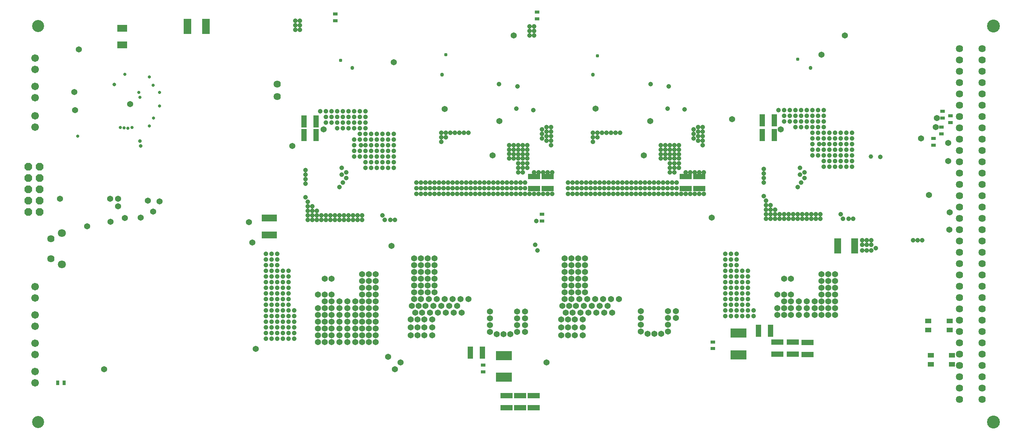
<source format=gbr>
G04 Layer_Color=16711935*
%FSLAX45Y45*%
%MOMM*%
%TF.FileFunction,Soldermask,Bot*%
%TF.Part,Single*%
G01*
G75*
%TA.AperFunction,SMDPad,CuDef*%
%ADD101R,0.80160X1.00160*%
%ADD111R,1.00160X0.80160*%
%ADD112R,1.35160X1.05160*%
%ADD113R,1.20160X2.70160*%
%ADD118R,2.70160X1.20160*%
%ADD128R,3.60160X2.10160*%
%ADD130R,3.40160X1.50160*%
%TA.AperFunction,ViaPad*%
%ADD145C,2.70160*%
%TA.AperFunction,ComponentPad*%
%ADD146C,1.62560*%
%ADD147C,1.80160*%
%ADD148C,1.70160*%
G04:AMPARAMS|DCode=149|XSize=1.6764mm|YSize=1.6764mm|CornerRadius=0mm|HoleSize=0mm|Usage=FLASHONLY|Rotation=90.000|XOffset=0mm|YOffset=0mm|HoleType=Round|Shape=Octagon|*
%AMOCTAGOND149*
4,1,8,0.41910,0.83820,-0.41910,0.83820,-0.83820,0.41910,-0.83820,-0.41910,-0.41910,-0.83820,0.41910,-0.83820,0.83820,-0.41910,0.83820,0.41910,0.41910,0.83820,0.0*
%
%ADD149OCTAGOND149*%

%ADD150C,2.90160*%
%TA.AperFunction,ViaPad*%
%ADD151C,1.62560*%
%ADD152C,1.37160*%
%ADD153C,0.73660*%
%ADD154C,0.80160*%
%ADD155C,1.00160*%
%ADD156C,1.05160*%
%ADD157C,0.77360*%
%ADD158C,0.86360*%
%TA.AperFunction,SMDPad,CuDef*%
%ADD159R,2.28160X1.62160*%
%ADD160R,1.50160X3.40160*%
%ADD161R,1.65160X3.40160*%
D101*
X3148400Y2438400D02*
D03*
X2998400D02*
D03*
D111*
X22860001Y8533200D02*
D03*
Y8383200D02*
D03*
X23037801Y8281600D02*
D03*
Y8431600D02*
D03*
X22834599Y8027600D02*
D03*
Y8177600D02*
D03*
X22656799Y7773600D02*
D03*
Y7923600D02*
D03*
X12554000Y2682000D02*
D03*
Y2832000D02*
D03*
X17707001Y3204000D02*
D03*
Y3354000D02*
D03*
X13868401Y6071800D02*
D03*
Y6221800D02*
D03*
X13761720Y10610779D02*
D03*
Y10760776D02*
D03*
X9230360Y10565059D02*
D03*
Y10715056D02*
D03*
D112*
X23020500Y3623000D02*
D03*
X22545500Y3823000D02*
D03*
Y3623000D02*
D03*
X23020500Y3823000D02*
D03*
X23072501Y2853000D02*
D03*
X22597501Y3053000D02*
D03*
Y2853000D02*
D03*
X23072501Y3053000D02*
D03*
D113*
X8526400Y8305800D02*
D03*
X8796400D02*
D03*
X12532000Y3113000D02*
D03*
X12262000D02*
D03*
X19003000Y3608000D02*
D03*
X18733000D02*
D03*
X8526400Y8001000D02*
D03*
X8796400D02*
D03*
X18813400D02*
D03*
X19083400D02*
D03*
X18813400Y8331200D02*
D03*
X19083400D02*
D03*
D118*
X13074001Y2150000D02*
D03*
Y1880000D02*
D03*
X13385001Y2152000D02*
D03*
Y1882000D02*
D03*
X13685001Y2150000D02*
D03*
Y1880000D02*
D03*
X19153000Y3349000D02*
D03*
Y3079000D02*
D03*
X19836000Y3341000D02*
D03*
Y3071000D02*
D03*
X19506000Y3349000D02*
D03*
Y3079000D02*
D03*
X17094200Y7069200D02*
D03*
Y6799200D02*
D03*
X13995401Y7069200D02*
D03*
Y6799200D02*
D03*
X13690601Y7069200D02*
D03*
Y6799200D02*
D03*
X17399001Y7069200D02*
D03*
Y6799200D02*
D03*
D128*
X13016000Y3050000D02*
D03*
Y2560000D02*
D03*
X18282001Y3060000D02*
D03*
Y3550000D02*
D03*
D130*
X7747000Y6133600D02*
D03*
Y5753600D02*
D03*
D145*
X2557000Y1554900D02*
D03*
Y10444400D02*
D03*
D146*
X2847300Y5668600D02*
D03*
Y5218600D02*
D03*
X23241000Y2063000D02*
D03*
Y2317000D02*
D03*
Y2571000D02*
D03*
Y2825000D02*
D03*
Y3079000D02*
D03*
Y3333000D02*
D03*
Y3587000D02*
D03*
Y3841000D02*
D03*
Y4095000D02*
D03*
Y4349000D02*
D03*
Y4603000D02*
D03*
Y4857000D02*
D03*
Y5111000D02*
D03*
Y5365000D02*
D03*
Y5619000D02*
D03*
Y5873000D02*
D03*
Y6127000D02*
D03*
Y6381000D02*
D03*
Y6635000D02*
D03*
Y6889000D02*
D03*
Y7143000D02*
D03*
Y7397000D02*
D03*
Y7651000D02*
D03*
Y7905000D02*
D03*
Y8159000D02*
D03*
Y8413000D02*
D03*
Y8667000D02*
D03*
Y8921000D02*
D03*
Y9175000D02*
D03*
Y9429000D02*
D03*
Y9683000D02*
D03*
Y9937000D02*
D03*
X23749001Y2063000D02*
D03*
Y2317000D02*
D03*
Y2571000D02*
D03*
Y2825000D02*
D03*
Y3079000D02*
D03*
Y3333000D02*
D03*
Y3587000D02*
D03*
Y3841000D02*
D03*
Y4095000D02*
D03*
Y4349000D02*
D03*
Y4603000D02*
D03*
Y4857000D02*
D03*
Y5111000D02*
D03*
Y5365000D02*
D03*
Y5619000D02*
D03*
Y5873000D02*
D03*
Y6127000D02*
D03*
Y6381000D02*
D03*
Y6635000D02*
D03*
Y6889000D02*
D03*
Y7143000D02*
D03*
Y7397000D02*
D03*
Y7651000D02*
D03*
Y7905000D02*
D03*
Y8159000D02*
D03*
Y8413000D02*
D03*
Y8667000D02*
D03*
Y8921000D02*
D03*
Y9175000D02*
D03*
Y9429000D02*
D03*
Y9683000D02*
D03*
Y9937000D02*
D03*
D147*
X3096300Y5093100D02*
D03*
Y5794100D02*
D03*
D148*
X2492400Y9728200D02*
D03*
Y9474200D02*
D03*
Y8178800D02*
D03*
Y8432800D02*
D03*
Y8839200D02*
D03*
Y9093200D02*
D03*
Y4343400D02*
D03*
Y4597400D02*
D03*
Y3708400D02*
D03*
Y3962400D02*
D03*
Y3073400D02*
D03*
Y3327400D02*
D03*
Y2438400D02*
D03*
Y2692400D02*
D03*
D149*
X2590801Y6273800D02*
D03*
X2336801D02*
D03*
X2590801Y6527800D02*
D03*
X2336801D02*
D03*
X2590801Y6781800D02*
D03*
X2336801D02*
D03*
Y7035800D02*
D03*
X2590801D02*
D03*
Y7289800D02*
D03*
X2336801D02*
D03*
D150*
X24003000Y1555000D02*
D03*
Y10445000D02*
D03*
D151*
X7924800Y9144000D02*
D03*
Y8864600D02*
D03*
D152*
X4357000Y6401000D02*
D03*
X5147000Y6282000D02*
D03*
X4862000Y6143000D02*
D03*
X4511000Y6135000D02*
D03*
X4188000Y6049000D02*
D03*
X4181000Y6566000D02*
D03*
X4623000Y8695000D02*
D03*
X5283000Y6512000D02*
D03*
X3055000Y6569000D02*
D03*
X4355000Y6565000D02*
D03*
X3471200Y9919400D02*
D03*
X3659000Y5952000D02*
D03*
X5026000Y6525000D02*
D03*
X8966200Y8128000D02*
D03*
X19227800Y8128000D02*
D03*
X7289800Y6045200D02*
D03*
X7366000Y5588000D02*
D03*
X8269000Y7753401D02*
D03*
X20142200Y9804400D02*
D03*
X11684000Y8585200D02*
D03*
X12912399Y8311000D02*
D03*
X12765100Y7538600D02*
D03*
X12217400Y4318000D02*
D03*
X12039600D02*
D03*
X11861800D02*
D03*
X11684000D02*
D03*
X11506200D02*
D03*
X11328400D02*
D03*
X11150600D02*
D03*
X11252200Y4165600D02*
D03*
X11430000D02*
D03*
X11607800D02*
D03*
X11785600D02*
D03*
X11963400D02*
D03*
X11176000Y4013200D02*
D03*
X11353800D02*
D03*
X11531600D02*
D03*
X11709400D02*
D03*
X11887200D02*
D03*
X12065000D02*
D03*
X12700000Y4038600D02*
D03*
Y3886200D02*
D03*
Y3733800D02*
D03*
Y3581400D02*
D03*
X13004800Y3530600D02*
D03*
X13309599Y4038600D02*
D03*
X13487399D02*
D03*
X13309599Y3886200D02*
D03*
X13487399D02*
D03*
Y3733800D02*
D03*
X13309599D02*
D03*
X13157201Y3530600D02*
D03*
X13487399Y3581400D02*
D03*
X13309599D02*
D03*
X11404600Y3860800D02*
D03*
X11226800D02*
D03*
X11404600Y3683000D02*
D03*
X11226800D02*
D03*
X11404600Y3505200D02*
D03*
X11226800D02*
D03*
X16701199Y3584200D02*
D03*
Y3736600D02*
D03*
X16878999Y3889000D02*
D03*
X16701199D02*
D03*
X16878999Y4041400D02*
D03*
X16701199D02*
D03*
X16396400Y3533400D02*
D03*
X16244000D02*
D03*
X16091600Y3584200D02*
D03*
Y3736600D02*
D03*
Y3889000D02*
D03*
Y4041400D02*
D03*
X16156700Y7541400D02*
D03*
X16303999Y8313800D02*
D03*
X15075600Y8588000D02*
D03*
X10541000Y9634220D02*
D03*
X18135600Y8356600D02*
D03*
X10134600Y4267200D02*
D03*
X9982200D02*
D03*
X9829800D02*
D03*
Y4419600D02*
D03*
Y4572000D02*
D03*
X9982200Y4419600D02*
D03*
Y4572000D02*
D03*
X10134600D02*
D03*
Y4419600D02*
D03*
X9499600Y4267200D02*
D03*
X9321800D02*
D03*
X9144000D02*
D03*
Y4419600D02*
D03*
X8991600D02*
D03*
X8839200D02*
D03*
X8991600Y4267200D02*
D03*
X9144000Y4775200D02*
D03*
X8991600D02*
D03*
X12852400Y3530600D02*
D03*
X10414000Y3022600D02*
D03*
X7442200Y3200400D02*
D03*
X10693400Y2895600D02*
D03*
X13970000D02*
D03*
X16548801Y3533400D02*
D03*
X10566400Y2743200D02*
D03*
X4038600D02*
D03*
X11150600Y4470400D02*
D03*
Y4622800D02*
D03*
Y4775200D02*
D03*
Y4927600D02*
D03*
Y5080000D02*
D03*
Y5232400D02*
D03*
X10998200Y4318000D02*
D03*
Y4470400D02*
D03*
Y4622800D02*
D03*
Y4775200D02*
D03*
Y4927600D02*
D03*
Y5080000D02*
D03*
Y5232400D02*
D03*
X11099800Y4165600D02*
D03*
X10947400D02*
D03*
X11023600Y4013200D02*
D03*
X11074400Y3860800D02*
D03*
Y3683000D02*
D03*
Y3505200D02*
D03*
X10922000D02*
D03*
Y3683000D02*
D03*
Y3860800D02*
D03*
X11303000Y5232400D02*
D03*
X11455400D02*
D03*
X11303000Y5080000D02*
D03*
X11455400D02*
D03*
Y4927600D02*
D03*
X11303000D02*
D03*
Y4775200D02*
D03*
X11455400D02*
D03*
Y4622800D02*
D03*
X11303000D02*
D03*
Y4470400D02*
D03*
X11455400D02*
D03*
X17678400Y6146800D02*
D03*
X14833600Y4470400D02*
D03*
X14681200D02*
D03*
Y4622800D02*
D03*
X14833600D02*
D03*
Y4775200D02*
D03*
X14681200D02*
D03*
Y4927600D02*
D03*
X14833600D02*
D03*
Y5080000D02*
D03*
X14681200D02*
D03*
X14833600Y5232400D02*
D03*
X14681200D02*
D03*
X14300200Y3860800D02*
D03*
Y3683000D02*
D03*
Y3505200D02*
D03*
X14452600D02*
D03*
Y3683000D02*
D03*
Y3860800D02*
D03*
X14401801Y4013200D02*
D03*
X14325600Y4165600D02*
D03*
X14478000D02*
D03*
X14376401Y5232400D02*
D03*
Y5080000D02*
D03*
Y4927600D02*
D03*
Y4775200D02*
D03*
Y4622800D02*
D03*
Y4470400D02*
D03*
Y4318000D02*
D03*
X14528799Y5232400D02*
D03*
Y5080000D02*
D03*
Y4927600D02*
D03*
Y4775200D02*
D03*
Y4622800D02*
D03*
Y4470400D02*
D03*
X14605000Y3505200D02*
D03*
X14782800D02*
D03*
X14605000Y3683000D02*
D03*
X14782800D02*
D03*
X14605000Y3860800D02*
D03*
X14782800D02*
D03*
X15443201Y4013200D02*
D03*
X15265401D02*
D03*
X15087601D02*
D03*
X14909801D02*
D03*
X14732001D02*
D03*
X14554201D02*
D03*
X15341600Y4165600D02*
D03*
X15163800D02*
D03*
X14986000D02*
D03*
X14808200D02*
D03*
X14630400D02*
D03*
X14528799Y4318000D02*
D03*
X14706599D02*
D03*
X14884399D02*
D03*
X15062199D02*
D03*
X15239999D02*
D03*
X15417799D02*
D03*
X15595599D02*
D03*
X10490200Y5511800D02*
D03*
X10134600Y4876800D02*
D03*
X9982200D02*
D03*
X9829800D02*
D03*
Y4724400D02*
D03*
X9982200D02*
D03*
X10134600D02*
D03*
Y3962400D02*
D03*
Y4114800D02*
D03*
X9982200D02*
D03*
Y3962400D02*
D03*
X9829800Y4114800D02*
D03*
Y3962400D02*
D03*
Y3810000D02*
D03*
X9982200D02*
D03*
X10134600D02*
D03*
X9677400Y3962400D02*
D03*
X9321800Y4114800D02*
D03*
X9499600Y3810000D02*
D03*
X9677400D02*
D03*
X9144000Y3962400D02*
D03*
Y4114800D02*
D03*
X8991600D02*
D03*
Y3962400D02*
D03*
X8839200Y4114800D02*
D03*
Y3962400D02*
D03*
Y3810000D02*
D03*
X8991600D02*
D03*
X9144000D02*
D03*
X9677400Y4114800D02*
D03*
Y4267200D02*
D03*
X9321800Y3962400D02*
D03*
Y3810000D02*
D03*
X9499600Y3962400D02*
D03*
Y4114800D02*
D03*
Y3657600D02*
D03*
Y3505200D02*
D03*
X9321800Y3352800D02*
D03*
Y3505200D02*
D03*
X9677400Y3657600D02*
D03*
X9144000Y3352800D02*
D03*
X8991600D02*
D03*
X8839200D02*
D03*
Y3505200D02*
D03*
Y3657600D02*
D03*
X8991600Y3505200D02*
D03*
Y3657600D02*
D03*
X9144000D02*
D03*
Y3505200D02*
D03*
X9677400Y3352800D02*
D03*
X9499600D02*
D03*
X9321800Y3657600D02*
D03*
X9677400Y3505200D02*
D03*
X10134600Y3352800D02*
D03*
X9982200D02*
D03*
X9829800D02*
D03*
Y3505200D02*
D03*
Y3657600D02*
D03*
X9982200Y3505200D02*
D03*
Y3657600D02*
D03*
X10134600D02*
D03*
Y3505200D02*
D03*
X19812000Y4114800D02*
D03*
Y3962400D02*
D03*
X19634200D02*
D03*
X19989799Y4267200D02*
D03*
Y4114800D02*
D03*
X19151601Y3962400D02*
D03*
Y4114800D02*
D03*
X19303999Y3962400D02*
D03*
Y4114800D02*
D03*
X19456400D02*
D03*
Y3962400D02*
D03*
X19634200Y4114800D02*
D03*
X19989799Y3962400D02*
D03*
X20142200D02*
D03*
Y4114800D02*
D03*
X20294600Y3962400D02*
D03*
Y4114800D02*
D03*
X20447000D02*
D03*
Y3962400D02*
D03*
Y4724400D02*
D03*
X20294600D02*
D03*
X20142200D02*
D03*
Y4876800D02*
D03*
X20294600D02*
D03*
X20447000D02*
D03*
X19303999Y4775200D02*
D03*
X19456400D02*
D03*
X19303999Y4267200D02*
D03*
X19151601Y4419600D02*
D03*
X19303999D02*
D03*
X19456400D02*
D03*
Y4267200D02*
D03*
X19634200D02*
D03*
X19812000D02*
D03*
X20447000Y4419600D02*
D03*
Y4572000D02*
D03*
X20294600D02*
D03*
Y4419600D02*
D03*
X20142200Y4572000D02*
D03*
Y4419600D02*
D03*
Y4267200D02*
D03*
X20294600D02*
D03*
X20447000D02*
D03*
X23018800Y5873801D02*
D03*
X23026401Y6262400D02*
D03*
X22987000Y7416800D02*
D03*
Y7823200D02*
D03*
X22555200Y6654800D02*
D03*
X22708800Y8177600D02*
D03*
X22378600Y7923600D02*
D03*
X22734200Y8383200D02*
D03*
X3389700Y8561000D02*
D03*
X3377000Y8967540D02*
D03*
X13238480Y10233660D02*
D03*
X20667979D02*
D03*
D153*
X3451000Y7970000D02*
D03*
X5288400Y8647800D02*
D03*
X5285400Y8951800D02*
D03*
X5144400Y9114800D02*
D03*
X4505400Y9358800D02*
D03*
X5058400Y9306800D02*
D03*
X5148400Y8379800D02*
D03*
X5061400Y8201800D02*
D03*
X4576000Y8151000D02*
D03*
X4492000Y8161000D02*
D03*
X4406000Y8166000D02*
D03*
X4666400Y8168800D02*
D03*
X4825000Y8955000D02*
D03*
X4843400Y8842800D02*
D03*
D154*
X4274400Y9133800D02*
D03*
X4862400Y7751800D02*
D03*
X4844400Y7863800D02*
D03*
D155*
X21255000Y7515000D02*
D03*
D156*
X21467999Y7512000D02*
D03*
X17071001Y8579000D02*
D03*
X13680000Y8561000D02*
D03*
X9271000Y8153400D02*
D03*
X9017000Y8280400D02*
D03*
X9144000D02*
D03*
X9271000D02*
D03*
X9398000Y8153400D02*
D03*
Y8280400D02*
D03*
X9017000Y8407400D02*
D03*
X9144000D02*
D03*
X9271000D02*
D03*
X9398000D02*
D03*
X8890000Y8534400D02*
D03*
X9017000D02*
D03*
X9144000D02*
D03*
X9271000D02*
D03*
X19177000Y8559800D02*
D03*
X19303999D02*
D03*
Y8432800D02*
D03*
Y8305800D02*
D03*
X19431000D02*
D03*
Y8432800D02*
D03*
Y8559800D02*
D03*
X19558000D02*
D03*
Y8432800D02*
D03*
Y8305800D02*
D03*
Y8178800D02*
D03*
X19685001D02*
D03*
Y8305800D02*
D03*
Y8432800D02*
D03*
X15113000Y7950200D02*
D03*
X15011400Y7848600D02*
D03*
Y7950200D02*
D03*
Y8051800D02*
D03*
X15113000D02*
D03*
X15214600D02*
D03*
X15316200D02*
D03*
X15417799D02*
D03*
X15519400D02*
D03*
X15621001D02*
D03*
X11049000Y6680200D02*
D03*
X11150600D02*
D03*
X11252200D02*
D03*
X11353800D02*
D03*
X11455400D02*
D03*
X11658600D02*
D03*
X11557000D02*
D03*
X12268200D02*
D03*
X12166600D02*
D03*
X12065000D02*
D03*
X11963400D02*
D03*
X11861800D02*
D03*
X11760200D02*
D03*
X12877800D02*
D03*
X12776200D02*
D03*
X12674600D02*
D03*
X12573000D02*
D03*
X12471400D02*
D03*
X12369800D02*
D03*
X13487399D02*
D03*
X13385800D02*
D03*
X13284200D02*
D03*
X13182600D02*
D03*
X13081000D02*
D03*
X12979401D02*
D03*
X11709400Y7950200D02*
D03*
X12217400Y8051800D02*
D03*
X12115800D02*
D03*
X12014200D02*
D03*
X11912600D02*
D03*
X11811000D02*
D03*
X11607800Y7950200D02*
D03*
Y7848600D02*
D03*
X11709400Y8051800D02*
D03*
X11607800D02*
D03*
X13589000Y6680200D02*
D03*
X13690601D02*
D03*
X13792200D02*
D03*
X13893800D02*
D03*
X13995399D02*
D03*
X14097000D02*
D03*
X13690601Y7162800D02*
D03*
X13436600D02*
D03*
X13335001D02*
D03*
X13538200Y7264400D02*
D03*
X13335001D02*
D03*
X13436600D02*
D03*
X13538200Y7366000D02*
D03*
X13436600D02*
D03*
X13335001D02*
D03*
Y7569200D02*
D03*
X13436600D02*
D03*
X13538200D02*
D03*
X13233400D02*
D03*
X13132001Y7572000D02*
D03*
X13131799Y7473800D02*
D03*
X13436600D02*
D03*
X13233400D02*
D03*
X13335001D02*
D03*
X13538200D02*
D03*
Y7670800D02*
D03*
X13868401Y8128000D02*
D03*
X13970000Y7874000D02*
D03*
X14071600Y7772400D02*
D03*
Y7874000D02*
D03*
Y7975600D02*
D03*
X13970000D02*
D03*
X13868401Y7924800D02*
D03*
X14071600Y8077200D02*
D03*
X13970000D02*
D03*
X13868401Y8026400D02*
D03*
X14071600Y8178800D02*
D03*
X13970000D02*
D03*
X13792200Y7162800D02*
D03*
X13893800D02*
D03*
X13995399D02*
D03*
X14097000D02*
D03*
X13335001Y7670800D02*
D03*
X13233400D02*
D03*
X13436600D02*
D03*
X13131799D02*
D03*
Y7772400D02*
D03*
X13233400D02*
D03*
X13538200D02*
D03*
X13436600D02*
D03*
X13335001D02*
D03*
X13321300Y9087700D02*
D03*
X13295898Y8592400D02*
D03*
X12903200Y9144000D02*
D03*
X16687498Y8595200D02*
D03*
X16712898Y9090500D02*
D03*
X17500600Y6680200D02*
D03*
X17399001D02*
D03*
X17297400D02*
D03*
X17195799D02*
D03*
X17094200D02*
D03*
X16992599D02*
D03*
X16383000D02*
D03*
X16484599D02*
D03*
X16586200D02*
D03*
X16687801D02*
D03*
X16789400D02*
D03*
X16891000D02*
D03*
X15773399D02*
D03*
X15875000D02*
D03*
X15976601D02*
D03*
X16078200D02*
D03*
X16179800D02*
D03*
X16281400D02*
D03*
X15163800D02*
D03*
X15265401D02*
D03*
X15367000D02*
D03*
X15468600D02*
D03*
X15570200D02*
D03*
X15671800D02*
D03*
X14960600D02*
D03*
X15062199D02*
D03*
X14859000D02*
D03*
X14757401D02*
D03*
X14655800D02*
D03*
X14554201D02*
D03*
X14452600D02*
D03*
X16738600Y7772400D02*
D03*
X16840199D02*
D03*
X16941800D02*
D03*
X16637000D02*
D03*
X16535400D02*
D03*
Y7670800D02*
D03*
X16840199D02*
D03*
X16637000D02*
D03*
X16738600D02*
D03*
X17399001Y7162800D02*
D03*
X17297400D02*
D03*
X17195799D02*
D03*
X17373599Y8178800D02*
D03*
X17475200D02*
D03*
X17272000Y8026400D02*
D03*
X17373599Y8077200D02*
D03*
X17475200D02*
D03*
X17272000Y7924800D02*
D03*
X17373599Y7975600D02*
D03*
X17475200D02*
D03*
Y7874000D02*
D03*
Y7772400D02*
D03*
X17373599Y7874000D02*
D03*
X17272000Y8128000D02*
D03*
X16941800Y7670800D02*
D03*
Y7473800D02*
D03*
X16738600D02*
D03*
X16637000D02*
D03*
X16840199D02*
D03*
X16535400D02*
D03*
Y7569200D02*
D03*
X16637000D02*
D03*
X16941800D02*
D03*
X16840199D02*
D03*
X16738600D02*
D03*
Y7366000D02*
D03*
X16840199D02*
D03*
X16941800D02*
D03*
X16840199Y7264400D02*
D03*
X16738600D02*
D03*
X16941800D02*
D03*
X16738600Y7162800D02*
D03*
X16840199D02*
D03*
X17094200D02*
D03*
X10566400Y6096000D02*
D03*
X10337800D02*
D03*
X9829800D02*
D03*
Y6197600D02*
D03*
X9728200D02*
D03*
Y6096000D02*
D03*
X9626600D02*
D03*
Y6197600D02*
D03*
X9525000Y6096000D02*
D03*
Y6197600D02*
D03*
X9423400D02*
D03*
Y6096000D02*
D03*
X9321800D02*
D03*
Y6197600D02*
D03*
X9220200D02*
D03*
Y6096000D02*
D03*
X9118600D02*
D03*
Y6197600D02*
D03*
X9017000D02*
D03*
Y6096000D02*
D03*
X8915400D02*
D03*
Y6197600D02*
D03*
X8813800Y6096000D02*
D03*
Y6197600D02*
D03*
X8712200D02*
D03*
Y6096000D02*
D03*
X8610600D02*
D03*
Y6197600D02*
D03*
X8813800Y6299200D02*
D03*
X8712200Y6400800D02*
D03*
Y6299200D02*
D03*
X8610600D02*
D03*
Y6400800D02*
D03*
Y6502400D02*
D03*
X8559800Y6604000D02*
D03*
Y6908800D02*
D03*
Y7010400D02*
D03*
Y7112000D02*
D03*
Y7213600D02*
D03*
X10287000Y6197600D02*
D03*
X10464800Y6096000D02*
D03*
X9906000Y8534400D02*
D03*
X9779000D02*
D03*
X9652000D02*
D03*
X9906000Y8407400D02*
D03*
X9779000D02*
D03*
X9652000D02*
D03*
Y8280400D02*
D03*
X9779000D02*
D03*
X9906000D02*
D03*
X9652000Y8153400D02*
D03*
X9779000D02*
D03*
X9906000D02*
D03*
X9779000Y8026400D02*
D03*
X9906000D02*
D03*
X10033000D02*
D03*
X10160000D02*
D03*
X10287000D02*
D03*
X10414000D02*
D03*
X10541000D02*
D03*
Y7899400D02*
D03*
X9652000D02*
D03*
Y7772400D02*
D03*
Y7645400D02*
D03*
Y7518400D02*
D03*
X9779000Y7899400D02*
D03*
X9906000D02*
D03*
X10033000D02*
D03*
X10160000D02*
D03*
X10289540Y7896860D02*
D03*
X10414000Y7899400D02*
D03*
X10541000Y7772400D02*
D03*
X10414000D02*
D03*
X10287000D02*
D03*
X10160000D02*
D03*
X10033000D02*
D03*
X9906000D02*
D03*
X9804400D02*
D03*
X9779000Y7645400D02*
D03*
Y7518400D02*
D03*
X9906000D02*
D03*
X10033000D02*
D03*
X10160000D02*
D03*
X10287000D02*
D03*
X10414000D02*
D03*
X10541000D02*
D03*
Y7645400D02*
D03*
X10414000D02*
D03*
X10287000D02*
D03*
X10160000D02*
D03*
X10033000D02*
D03*
X9906000D02*
D03*
X9398000Y8534400D02*
D03*
X16306799Y9144000D02*
D03*
X10541000Y7391400D02*
D03*
X10414000D02*
D03*
X10287000D02*
D03*
X10160000D02*
D03*
X10033000D02*
D03*
X9906000D02*
D03*
Y7264400D02*
D03*
X10033000D02*
D03*
X10160000D02*
D03*
X10287000D02*
D03*
X10414000D02*
D03*
X10541000D02*
D03*
X9525000Y8407400D02*
D03*
Y8153400D02*
D03*
Y8280400D02*
D03*
Y8534400D02*
D03*
X7670800Y5334000D02*
D03*
Y5207000D02*
D03*
Y5080000D02*
D03*
Y4953000D02*
D03*
Y4826000D02*
D03*
Y4699000D02*
D03*
Y4572000D02*
D03*
Y4445000D02*
D03*
Y4318000D02*
D03*
X7797800D02*
D03*
Y4445000D02*
D03*
Y4572000D02*
D03*
Y4699000D02*
D03*
Y4826000D02*
D03*
Y4953000D02*
D03*
Y5080000D02*
D03*
Y5207000D02*
D03*
Y5334000D02*
D03*
X7924800Y4318000D02*
D03*
Y4445000D02*
D03*
Y4572000D02*
D03*
Y4699000D02*
D03*
Y4826000D02*
D03*
Y4953000D02*
D03*
Y5080000D02*
D03*
Y5207000D02*
D03*
Y5334000D02*
D03*
X7670800Y3429000D02*
D03*
Y3556000D02*
D03*
Y3683000D02*
D03*
Y3810000D02*
D03*
Y3937000D02*
D03*
Y4064000D02*
D03*
Y4191000D02*
D03*
X7797800D02*
D03*
Y4064000D02*
D03*
Y3937000D02*
D03*
Y3810000D02*
D03*
Y3683000D02*
D03*
Y3556000D02*
D03*
Y3429000D02*
D03*
X7924800Y4191000D02*
D03*
Y4064000D02*
D03*
Y3937000D02*
D03*
Y3810000D02*
D03*
Y3683000D02*
D03*
Y3556000D02*
D03*
Y3429000D02*
D03*
X8051800Y4953000D02*
D03*
Y4826000D02*
D03*
Y4699000D02*
D03*
Y4572000D02*
D03*
Y4445000D02*
D03*
Y4318000D02*
D03*
Y4191000D02*
D03*
X8178800Y4953000D02*
D03*
Y4826000D02*
D03*
Y4699000D02*
D03*
Y4572000D02*
D03*
Y4445000D02*
D03*
Y4318000D02*
D03*
Y4191000D02*
D03*
X8305800Y3429000D02*
D03*
Y3556000D02*
D03*
Y3683000D02*
D03*
Y3810000D02*
D03*
Y3937000D02*
D03*
Y4064000D02*
D03*
X8178800Y3429000D02*
D03*
Y3556000D02*
D03*
Y3683000D02*
D03*
Y3810000D02*
D03*
Y3937000D02*
D03*
Y4064000D02*
D03*
X8051800D02*
D03*
Y3937000D02*
D03*
Y3810000D02*
D03*
Y3683000D02*
D03*
Y3556000D02*
D03*
Y3429000D02*
D03*
X18364200Y3937000D02*
D03*
Y4064000D02*
D03*
X18491200D02*
D03*
Y3937000D02*
D03*
X18618201Y4064000D02*
D03*
Y3937000D02*
D03*
X18491200Y4191000D02*
D03*
Y4318000D02*
D03*
Y4445000D02*
D03*
Y4572000D02*
D03*
Y4699000D02*
D03*
Y4826000D02*
D03*
Y4953000D02*
D03*
X18364200Y4191000D02*
D03*
Y4318000D02*
D03*
Y4445000D02*
D03*
Y4572000D02*
D03*
Y4699000D02*
D03*
Y4826000D02*
D03*
Y4953000D02*
D03*
X18237199Y3937000D02*
D03*
Y4064000D02*
D03*
Y4191000D02*
D03*
X18110201Y3937000D02*
D03*
Y4064000D02*
D03*
Y4191000D02*
D03*
X17983200D02*
D03*
Y4064000D02*
D03*
Y3937000D02*
D03*
X18237199Y5334000D02*
D03*
Y5207000D02*
D03*
Y5080000D02*
D03*
Y4953000D02*
D03*
Y4826000D02*
D03*
Y4699000D02*
D03*
Y4572000D02*
D03*
Y4445000D02*
D03*
Y4318000D02*
D03*
X18110201Y5334000D02*
D03*
Y5207000D02*
D03*
Y5080000D02*
D03*
Y4953000D02*
D03*
Y4826000D02*
D03*
Y4699000D02*
D03*
Y4572000D02*
D03*
Y4445000D02*
D03*
Y4318000D02*
D03*
X17983200D02*
D03*
Y4445000D02*
D03*
Y4572000D02*
D03*
Y4699000D02*
D03*
Y4826000D02*
D03*
Y4953000D02*
D03*
Y5080000D02*
D03*
Y5207000D02*
D03*
Y5334000D02*
D03*
X19812000Y8559800D02*
D03*
Y8432800D02*
D03*
Y8178800D02*
D03*
Y8305800D02*
D03*
X20828000Y7289800D02*
D03*
X20700999D02*
D03*
X20574001D02*
D03*
X20447000D02*
D03*
X20320000D02*
D03*
X20192999D02*
D03*
Y7416800D02*
D03*
X20320000D02*
D03*
X20447000D02*
D03*
X20574001D02*
D03*
X20700999D02*
D03*
X20828000D02*
D03*
X19685001Y8559800D02*
D03*
X20192999Y7670800D02*
D03*
X20320000D02*
D03*
X20447000D02*
D03*
X20574001D02*
D03*
X20700999D02*
D03*
X20828000D02*
D03*
Y7543800D02*
D03*
X20700999D02*
D03*
X20574001D02*
D03*
X20447000D02*
D03*
X20320000D02*
D03*
X20192999D02*
D03*
X20066000D02*
D03*
Y7670800D02*
D03*
X20091400Y7797800D02*
D03*
X20192999D02*
D03*
X20320000D02*
D03*
X20447000D02*
D03*
X20574001D02*
D03*
X20700999D02*
D03*
X20828000D02*
D03*
X20700999Y7924800D02*
D03*
X20576540D02*
D03*
X20447000D02*
D03*
X20320000D02*
D03*
X20192999D02*
D03*
X20066000D02*
D03*
X19939000Y7543800D02*
D03*
Y7670800D02*
D03*
Y7797800D02*
D03*
Y7924800D02*
D03*
X20828000D02*
D03*
Y8051800D02*
D03*
X20700999D02*
D03*
X20574001D02*
D03*
X20447000D02*
D03*
X20320000D02*
D03*
X20192999D02*
D03*
X20066000D02*
D03*
X19939000D02*
D03*
X20192999Y8178800D02*
D03*
X20066000D02*
D03*
X19939000D02*
D03*
X20192999Y8305800D02*
D03*
X20066000D02*
D03*
X19939000D02*
D03*
Y8432800D02*
D03*
X20066000D02*
D03*
X20192999D02*
D03*
X19939000Y8559800D02*
D03*
X20066000D02*
D03*
X20192999D02*
D03*
X20574001Y6223000D02*
D03*
X18846800Y7239000D02*
D03*
Y7137400D02*
D03*
Y7035800D02*
D03*
Y6934200D02*
D03*
Y6629400D02*
D03*
X18897600Y6527800D02*
D03*
Y6426200D02*
D03*
Y6324600D02*
D03*
X18999200D02*
D03*
Y6426200D02*
D03*
X19100800Y6324600D02*
D03*
X18897600Y6223000D02*
D03*
Y6121400D02*
D03*
X18999200D02*
D03*
Y6223000D02*
D03*
X19100800D02*
D03*
Y6121400D02*
D03*
X19202400Y6223000D02*
D03*
Y6121400D02*
D03*
X19303999D02*
D03*
Y6223000D02*
D03*
X19405600D02*
D03*
Y6121400D02*
D03*
X19507201D02*
D03*
Y6223000D02*
D03*
X19608800D02*
D03*
Y6121400D02*
D03*
X19710400D02*
D03*
Y6223000D02*
D03*
X19812000D02*
D03*
Y6121400D02*
D03*
X19913600Y6223000D02*
D03*
Y6121400D02*
D03*
X20015199D02*
D03*
Y6223000D02*
D03*
X20116800D02*
D03*
Y6121400D02*
D03*
X20624800D02*
D03*
X20853400D02*
D03*
X19608800Y6832600D02*
D03*
X19685001Y6934200D02*
D03*
X19761200Y7035800D02*
D03*
Y7162800D02*
D03*
X19659599Y7264400D02*
D03*
Y7112000D02*
D03*
X9372600D02*
D03*
Y7264400D02*
D03*
X9474200Y7162800D02*
D03*
Y7035800D02*
D03*
X9398000Y6934200D02*
D03*
X9321800Y6832600D02*
D03*
X21056599Y5638800D02*
D03*
Y5537200D02*
D03*
Y5410200D02*
D03*
X21158200Y5638800D02*
D03*
Y5537200D02*
D03*
Y5410200D02*
D03*
X21259801D02*
D03*
Y5537200D02*
D03*
Y5638800D02*
D03*
X21361400Y5461000D02*
D03*
X13741400Y6070600D02*
D03*
X13716000Y5537200D02*
D03*
X13766800Y5410200D02*
D03*
X12979401Y6807200D02*
D03*
X13081000D02*
D03*
X13182600D02*
D03*
X13284200D02*
D03*
X13385800D02*
D03*
X13487399D02*
D03*
X12369800D02*
D03*
X12471400D02*
D03*
X12573000D02*
D03*
X12674600D02*
D03*
X12776200D02*
D03*
X12877800D02*
D03*
X11760200D02*
D03*
X11861800D02*
D03*
X11963400D02*
D03*
X12065000D02*
D03*
X12166600D02*
D03*
X12268200D02*
D03*
X11557000D02*
D03*
X11658600D02*
D03*
X11455400D02*
D03*
X11353800D02*
D03*
X11252200D02*
D03*
X11150600D02*
D03*
X11049000D02*
D03*
X12979401Y6934200D02*
D03*
X13081000D02*
D03*
X13182600D02*
D03*
X13284200D02*
D03*
X13385800D02*
D03*
X13487399D02*
D03*
X12369800D02*
D03*
X12471400D02*
D03*
X12573000D02*
D03*
X12674600D02*
D03*
X12776200D02*
D03*
X12877800D02*
D03*
X11760200D02*
D03*
X11861800D02*
D03*
X11963400D02*
D03*
X12065000D02*
D03*
X12166600D02*
D03*
X12268200D02*
D03*
X11557000D02*
D03*
X11658600D02*
D03*
X11455400D02*
D03*
X11353800D02*
D03*
X11252200D02*
D03*
X11150600D02*
D03*
X11049000D02*
D03*
X14452600D02*
D03*
X14554201D02*
D03*
X14655800D02*
D03*
X14757401D02*
D03*
X14859000D02*
D03*
X15062199D02*
D03*
X14960600D02*
D03*
X15671800D02*
D03*
X15570200D02*
D03*
X15468600D02*
D03*
X15367000D02*
D03*
X15265401D02*
D03*
X15163800D02*
D03*
X16281400D02*
D03*
X16179800D02*
D03*
X16078200D02*
D03*
X15976601D02*
D03*
X15875000D02*
D03*
X15773399D02*
D03*
X16789400D02*
D03*
X16687801D02*
D03*
X16586200D02*
D03*
X16484599D02*
D03*
X16383000D02*
D03*
X14452600Y6807200D02*
D03*
X14554201D02*
D03*
X14655800D02*
D03*
X14757401D02*
D03*
X14859000D02*
D03*
X15062199D02*
D03*
X14960600D02*
D03*
X15671800D02*
D03*
X15570200D02*
D03*
X15468600D02*
D03*
X15367000D02*
D03*
X15265401D02*
D03*
X15163800D02*
D03*
X16281400D02*
D03*
X16179800D02*
D03*
X16078200D02*
D03*
X15976601D02*
D03*
X15875000D02*
D03*
X15773399D02*
D03*
X16789400D02*
D03*
X16687801D02*
D03*
X16586200D02*
D03*
X16484599D02*
D03*
X16383000D02*
D03*
X16891000Y6934200D02*
D03*
Y6807200D02*
D03*
X20751801Y6121400D02*
D03*
X22402800Y5638800D02*
D03*
X22301199D02*
D03*
X22199600D02*
D03*
X13589000Y10236200D02*
D03*
Y10439400D02*
D03*
Y10337800D02*
D03*
X13690601Y10439400D02*
D03*
Y10337800D02*
D03*
Y10236200D02*
D03*
X8432800Y10566400D02*
D03*
Y10464800D02*
D03*
Y10363200D02*
D03*
X8331200D02*
D03*
Y10464800D02*
D03*
Y10566400D02*
D03*
X17500600Y7162800D02*
D03*
D157*
X19608800Y9702800D02*
D03*
X9347200Y9677400D02*
D03*
X15113000Y9779000D02*
D03*
X11709400Y9804400D02*
D03*
D158*
X9611360Y9507220D02*
D03*
X19898360D02*
D03*
X11624900Y9355300D02*
D03*
X15016499Y9358100D02*
D03*
D159*
X4445000Y10026802D02*
D03*
Y10394803D02*
D03*
D160*
X20891000Y5511800D02*
D03*
X20511000D02*
D03*
D161*
X6331402Y10439405D02*
D03*
X5911398D02*
D03*
%TF.MD5,1fce49aa07ad85cf89f3526644f17e22*%
M02*

</source>
